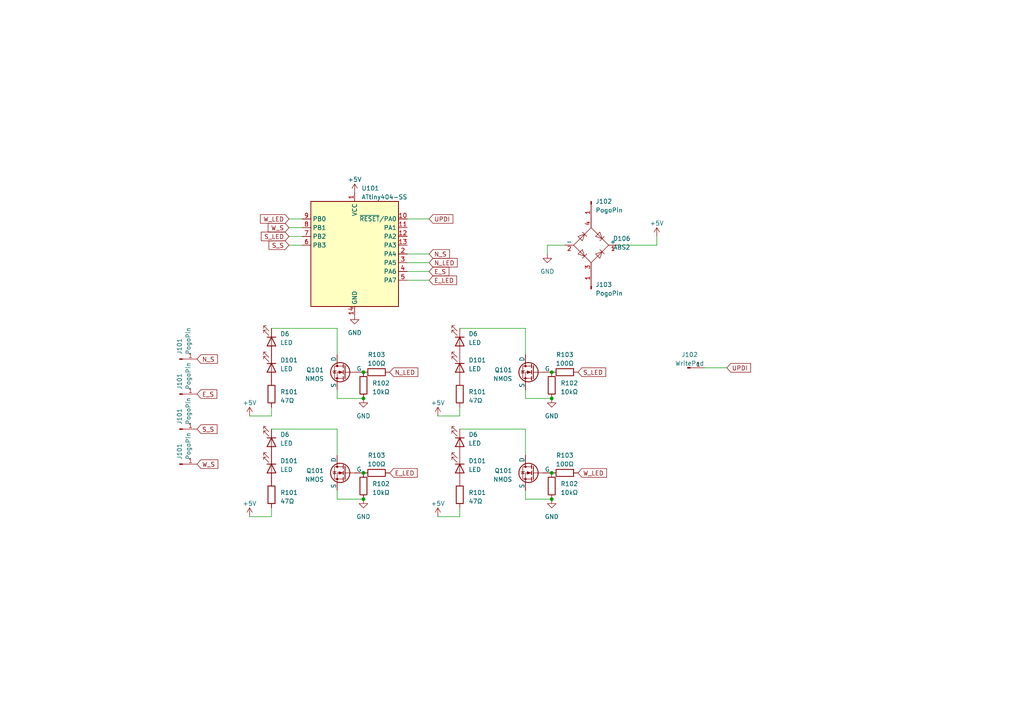
<source format=kicad_sch>
(kicad_sch (version 20230121) (generator eeschema)
  (paper "A4")
  (lib_symbols
    (symbol "Connector:Conn_01x01_Pin" (pin_names (offset 1.016) hide)
      (property "Reference" "J" (at 0 2.54 0))
      (property "Value" "Conn_01x01_Pin" (at 0 -2.54 0))
      (symbol "Conn_01x01_Pin_1_1"
        (polyline (pts (xy 1.27 0) (xy 0.8636 0)) (stroke (width 0.1524)))
        (rectangle (start 0.8636 0.127) (end 0 -0.127) (stroke (width 0.1524)) (fill (type outline)))
        (pin passive line (at 5.08 0 180) (length 3.81) (name "Pin_1") (number "1"))
      )
    )
    (symbol "Device:LED" (pin_numbers hide) (pin_names (offset 1.016) hide)
      (property "Reference" "D" (at 0 2.54 0))
      (property "Value" "LED" (at 0 -2.54 0))
      (symbol "LED_0_1"
        (polyline (pts (xy -1.27 -1.27) (xy -1.27 1.27)) (stroke (width 0.254)))
        (polyline (pts (xy -1.27 0) (xy 1.27 0)))
        (polyline (pts (xy 1.27 -1.27) (xy 1.27 1.27) (xy -1.27 0) (xy 1.27 -1.27)) (stroke (width 0.254)))
        (polyline (pts (xy -3.048 -0.762) (xy -4.572 -2.286) (xy -3.81 -2.286) (xy -4.572 -2.286) (xy -4.572 -1.524)))
        (polyline (pts (xy -1.778 -0.762) (xy -3.302 -2.286) (xy -2.54 -2.286) (xy -3.302 -2.286) (xy -3.302 -1.524)))
      )
      (symbol "LED_1_1"
        (pin passive line (at -3.81 0 0) (length 2.54) (name "K") (number "1"))
        (pin passive line (at 3.81 0 180) (length 2.54) (name "A") (number "2"))
      )
    )
    (symbol "Device:R" (pin_numbers hide) (pin_names (offset 0))
      (property "Reference" "R" (at 2.032 0 90))
      (property "Value" "R" (at 0 0 90))
      (symbol "R_0_1"
        (rectangle (start -1.016 -2.54) (end 1.016 2.54) (stroke (width 0.254)))
      )
      (symbol "R_1_1"
        (pin passive line (at 0 3.81 270) (length 1.27) (name "~") (number "1"))
        (pin passive line (at 0 -3.81 90) (length 1.27) (name "~") (number "2"))
      )
    )
    (symbol "Diode_Bridge:ABS2" (pin_names (offset 0))
      (property "Reference" "D" (at 2.54 6.985 0))
      (property "Value" "ABS2" (at 2.54 5.08 0))
      (symbol "ABS2_0_1"
        (polyline (pts (xy -2.54 3.81) (xy -1.27 2.54)))
        (polyline (pts (xy -1.27 -2.54) (xy -2.54 -3.81)))
        (polyline (pts (xy 2.54 -1.27) (xy 3.81 -2.54)))
        (polyline (pts (xy 2.54 1.27) (xy 3.81 2.54)))
        (polyline (pts (xy -3.81 2.54) (xy -2.54 1.27) (xy -1.905 3.175) (xy -3.81 2.54)))
        (polyline (pts (xy -2.54 -1.27) (xy -3.81 -2.54) (xy -1.905 -3.175) (xy -2.54 -1.27)))
        (polyline (pts (xy 1.27 2.54) (xy 2.54 3.81) (xy 3.175 1.905) (xy 1.27 2.54)))
        (polyline (pts (xy 3.175 -1.905) (xy 1.27 -2.54) (xy 2.54 -3.81) (xy 3.175 -1.905)))
        (polyline (pts (xy -5.08 0) (xy 0 -5.08) (xy 5.08 0) (xy 0 5.08) (xy -5.08 0)))
      )
      (symbol "ABS2_1_1"
        (pin passive line (at 7.62 0 180) (length 2.54) (name "+") (number "1"))
        (pin passive line (at -7.62 0 0) (length 2.54) (name "-") (number "2"))
        (pin passive line (at 0 -7.62 90) (length 2.54) (name "~") (number "3"))
        (pin passive line (at 0 7.62 270) (length 2.54) (name "~") (number "4"))
      )
    )
    (symbol "MCU_Microchip_ATtiny:ATtiny404-SS"
      (property "Reference" "U" (at -12.7 16.51 0))
      (property "Value" "ATtiny404-SS" (at 2.54 -16.51 0))
      (symbol "ATtiny404-SS_0_1"
        (rectangle (start -12.7 -15.24) (end 12.7 15.24) (stroke (width 0.254)) (fill (type background)))
      )
      (symbol "ATtiny404-SS_1_1"
        (pin power_in line (at 0 17.78 270) (length 2.54) (name "VCC") (number "1"))
        (pin bidirectional line (at 15.24 10.16 180) (length 2.54) (name "~{RESET}/PA0") (number "10"))
        (pin bidirectional line (at 15.24 7.62 180) (length 2.54) (name "PA1") (number "11"))
        (pin bidirectional line (at 15.24 5.08 180) (length 2.54) (name "PA2") (number "12"))
        (pin bidirectional line (at 15.24 2.54 180) (length 2.54) (name "PA3") (number "13"))
        (pin power_in line (at 0 -17.78 90) (length 2.54) (name "GND") (number "14"))
        (pin bidirectional line (at 15.24 0 180) (length 2.54) (name "PA4") (number "2"))
        (pin bidirectional line (at 15.24 -2.54 180) (length 2.54) (name "PA5") (number "3"))
        (pin bidirectional line (at 15.24 -5.08 180) (length 2.54) (name "PA6") (number "4"))
        (pin bidirectional line (at 15.24 -7.62 180) (length 2.54) (name "PA7") (number "5"))
        (pin bidirectional line (at -15.24 2.54 0) (length 2.54) (name "PB3") (number "6"))
        (pin bidirectional line (at -15.24 5.08 0) (length 2.54) (name "PB2") (number "7"))
        (pin bidirectional line (at -15.24 7.62 0) (length 2.54) (name "PB1") (number "8"))
        (pin bidirectional line (at -15.24 10.16 0) (length 2.54) (name "PB0") (number "9"))
      )
    )
    (symbol "Simulation_SPICE:NMOS" (pin_numbers hide) (pin_names (offset 0))
      (property "Reference" "Q" (at 5.08 1.27 0))
      (property "Value" "NMOS" (at 5.08 -1.27 0))
      (symbol "NMOS_0_1"
        (polyline (pts (xy 0.254 0) (xy -2.54 0)))
        (polyline (pts (xy 0.254 1.905) (xy 0.254 -1.905)) (stroke (width 0.254)))
        (polyline (pts (xy 0.762 -1.27) (xy 0.762 -2.286)) (stroke (width 0.254)))
        (polyline (pts (xy 0.762 0.508) (xy 0.762 -0.508)) (stroke (width 0.254)))
        (polyline (pts (xy 0.762 2.286) (xy 0.762 1.27)) (stroke (width 0.254)))
        (polyline (pts (xy 2.54 2.54) (xy 2.54 1.778)))
        (polyline (pts (xy 2.54 -2.54) (xy 2.54 0) (xy 0.762 0)))
        (polyline (pts (xy 0.762 -1.778) (xy 3.302 -1.778) (xy 3.302 1.778) (xy 0.762 1.778)))
        (polyline (pts (xy 1.016 0) (xy 2.032 0.381) (xy 2.032 -0.381) (xy 1.016 0)) (fill (type outline)))
        (polyline (pts (xy 2.794 0.508) (xy 2.921 0.381) (xy 3.683 0.381) (xy 3.81 0.254)))
        (polyline (pts (xy 3.302 0.381) (xy 2.921 -0.254) (xy 3.683 -0.254) (xy 3.302 0.381)))
        (circle (center 1.651 0) (radius 2.794) (stroke (width 0.254)))
        (circle (center 2.54 -1.778) (radius 0.254) (fill (type outline)))
        (circle (center 2.54 1.778) (radius 0.254) (fill (type outline)))
      )
      (symbol "NMOS_1_1"
        (pin passive line (at 2.54 5.08 270) (length 2.54) (name "D") (number "1"))
        (pin input line (at -5.08 0 0) (length 2.54) (name "G") (number "2"))
        (pin passive line (at 2.54 -5.08 90) (length 2.54) (name "S") (number "3"))
      )
    )
    (symbol "power:+5V" (power) (pin_names (offset 0))
      (property "Value" "+5V" (at 0 3.556 0))
      (symbol "+5V_0_1"
        (polyline (pts (xy -0.762 1.27) (xy 0 2.54)))
        (polyline (pts (xy 0 0) (xy 0 2.54)))
        (polyline (pts (xy 0 2.54) (xy 0.762 1.27)))
      )
      (symbol "+5V_1_1"
        (pin power_in line (at 0 0 90) (length 0) hide (name "+5V") (number "1"))
      )
    )
    (symbol "power:GND" (power) (pin_names (offset 0))
      (property "Value" "GND" (at 0 -3.81 0))
      (symbol "GND_0_1"
        (polyline (pts (xy 0 0) (xy 0 -1.27) (xy 1.27 -1.27) (xy 0 -2.54) (xy -1.27 -1.27) (xy 0 -1.27)))
      )
      (symbol "GND_1_1"
        (pin power_in line (at 0 0 270) (length 0) hide (name "GND") (number "1"))
      )
    )
  )
  (junction (at 160.02 107.95))
  (junction (at 160.02 144.78))
  (junction (at 160.02 115.57))
  (junction (at 105.41 107.95))
  (junction (at 105.41 115.57))
  (junction (at 105.41 137.16))
  (junction (at 105.41 144.78))
  (junction (at 160.02 137.16))
  (wire (pts (xy 152.4 115.57) (xy 160.02 115.57)))
  (wire (pts (xy 158.75 71.12) (xy 158.75 73.66)))
  (wire (pts (xy 152.4 142.24) (xy 152.4 144.78)))
  (wire (pts (xy 133.35 95.25) (xy 152.4 95.25)))
  (wire (pts (xy 118.11 63.5) (xy 124.46 63.5)))
  (wire (pts (xy 118.11 81.28) (xy 124.46 81.28)))
  (wire (pts (xy 83.82 71.12) (xy 87.63 71.12)))
  (wire (pts (xy 97.79 124.46) (xy 97.79 132.08)))
  (wire (pts (xy 72.39 149.86) (xy 78.74 149.86)))
  (wire (pts (xy 78.74 147.32) (xy 78.74 149.86)))
  (wire (pts (xy 78.74 95.25) (xy 97.79 95.25)))
  (wire (pts (xy 127 120.65) (xy 133.35 120.65)))
  (wire (pts (xy 83.82 68.58) (xy 87.63 68.58)))
  (wire (pts (xy 152.4 144.78) (xy 160.02 144.78)))
  (wire (pts (xy 118.11 76.2) (xy 124.46 76.2)))
  (wire (pts (xy 127 149.86) (xy 133.35 149.86)))
  (wire (pts (xy 133.35 124.46) (xy 152.4 124.46)))
  (wire (pts (xy 190.5 71.12) (xy 179.07 71.12)))
  (wire (pts (xy 152.4 124.46) (xy 152.4 132.08)))
  (wire (pts (xy 97.79 95.25) (xy 97.79 102.87)))
  (wire (pts (xy 163.83 71.12) (xy 158.75 71.12)))
  (wire (pts (xy 204.47 106.68) (xy 210.82 106.68)))
  (wire (pts (xy 97.79 142.24) (xy 97.79 144.78)))
  (wire (pts (xy 133.35 147.32) (xy 133.35 149.86)))
  (wire (pts (xy 118.11 73.66) (xy 124.46 73.66)))
  (wire (pts (xy 190.5 68.58) (xy 190.5 71.12)))
  (wire (pts (xy 97.79 144.78) (xy 105.41 144.78)))
  (wire (pts (xy 118.11 78.74) (xy 124.46 78.74)))
  (wire (pts (xy 83.82 66.04) (xy 87.63 66.04)))
  (wire (pts (xy 78.74 118.11) (xy 78.74 120.65)))
  (wire (pts (xy 78.74 124.46) (xy 97.79 124.46)))
  (wire (pts (xy 152.4 113.03) (xy 152.4 115.57)))
  (wire (pts (xy 152.4 95.25) (xy 152.4 102.87)))
  (wire (pts (xy 72.39 120.65) (xy 78.74 120.65)))
  (wire (pts (xy 97.79 113.03) (xy 97.79 115.57)))
  (wire (pts (xy 97.79 115.57) (xy 105.41 115.57)))
  (wire (pts (xy 83.82 63.5) (xy 87.63 63.5)))
  (wire (pts (xy 133.35 118.11) (xy 133.35 120.65)))
  (global_label "W_LED" (shape input) (at 83.82 63.5 180) (property "Intersheetrefs" "${INTERSHEET_REFS}" (effects hide)))
  (global_label "W_S" (shape input) (at 83.82 66.04 180) (property "Intersheetrefs" "${INTERSHEET_REFS}" (effects hide)))
  (global_label "E_S" (shape input) (at 57.15 114.3 0) (property "Intersheetrefs" "${INTERSHEET_REFS}" (effects hide)))
  (global_label "N_LED" (shape input) (at 113.03 107.95 0) (property "Intersheetrefs" "${INTERSHEET_REFS}" (effects hide)))
  (global_label "N_S" (shape input) (at 124.46 73.66 0) (property "Intersheetrefs" "${INTERSHEET_REFS}" (effects hide)))
  (global_label "N_S" (shape input) (at 57.15 104.14 0) (property "Intersheetrefs" "${INTERSHEET_REFS}" (effects hide)))
  (global_label "E_S" (shape input) (at 124.46 78.74 0) (property "Intersheetrefs" "${INTERSHEET_REFS}" (effects hide)))
  (global_label "S_LED" (shape input) (at 167.64 107.95 0) (property "Intersheetrefs" "${INTERSHEET_REFS}" (effects hide)))
  (global_label "N_LED" (shape input) (at 124.46 76.2 0) (property "Intersheetrefs" "${INTERSHEET_REFS}" (effects hide)))
  (global_label "E_LED" (shape input) (at 113.03 137.16 0) (property "Intersheetrefs" "${INTERSHEET_REFS}" (effects hide)))
  (global_label "W_LED" (shape input) (at 167.64 137.16 0) (property "Intersheetrefs" "${INTERSHEET_REFS}" (effects hide)))
  (global_label "S_LED" (shape input) (at 83.82 68.58 180) (property "Intersheetrefs" "${INTERSHEET_REFS}" (effects hide)))
  (global_label "S_S" (shape input) (at 83.82 71.12 180) (property "Intersheetrefs" "${INTERSHEET_REFS}" (effects hide)))
  (global_label "UPDI" (shape input) (at 124.46 63.5 0) (property "Intersheetrefs" "${INTERSHEET_REFS}" (effects hide)))
  (global_label "W_S" (shape input) (at 57.15 134.62 0) (property "Intersheetrefs" "${INTERSHEET_REFS}" (effects hide)))
  (global_label "S_S" (shape input) (at 57.15 124.46 0) (property "Intersheetrefs" "${INTERSHEET_REFS}" (effects hide)))
  (global_label "E_LED" (shape input) (at 124.46 81.28 0) (property "Intersheetrefs" "${INTERSHEET_REFS}" (effects hide)))
  (global_label "UPDI" (shape input) (at 210.82 106.68 0) (property "Intersheetrefs" "${INTERSHEET_REFS}" (effects hide)))
  (symbol (lib_id "Device:LED") (at 78.74 99.06 270) (unit 1)
    (property "Reference" "D6" (at 81.28 96.8375 90) (effects (justify left)))
    (property "Value" "LED" (at 81.28 99.3775 90) (effects (justify left)))
    (property "Footprint" "LED_SMD:LED_PLCC_2835_Handsoldering" (effects hide))
    (property "manf#" "JB2835AWT-W-H35GA0000-N0000001" (effects hide))
    (instances (project "logic" (path "" (reference "D6") (unit 1)) (path "" (reference "D301") (unit 1))))
  )
  (symbol (lib_id "power:+5V") (at 102.87 55.88 0) (unit 1)
    (property "Reference" "#PWR0102" (effects hide))
    (property "Value" "+5V" (at 102.87 52.07 0))
    (instances (project "logic" (path "" (reference "#PWR0102") (unit 1)) (path "" (reference "#PWR0302") (unit 1))))
  )
  (symbol (lib_id "Simulation_SPICE:NMOS") (at 154.94 137.16 0) (mirror y) (unit 1)
    (property "Reference" "Q101" (at 148.59 136.525 0) (effects (justify left)))
    (property "Value" "NMOS" (at 148.59 139.065 0) (effects (justify left)))
    (property "Footprint" "Package_TO_SOT_SMD:SOT-23-3" (effects hide))
    (property "Datasheet" "https://ngspice.sourceforge.io/docs/ngspice-manual.pdf" (effects hide))
    (property "Sim.Device" "NMOS" (effects hide))
    (property "Sim.Type" "VDMOS" (effects hide))
    (property "Sim.Pins" "1=D 2=G 3=S" (effects hide))
    (property "manf#" "AO3400A" (effects hide))
    (instances (project "logic" (path "" (reference "Q101") (unit 1)) (path "" (reference "Q304") (unit 1))))
  )
  (symbol (lib_id "Device:R") (at 109.22 107.95 90) (unit 1)
    (property "Reference" "R103" (at 109.22 102.87 90))
    (property "Value" "100Ω" (at 109.22 105.41 90))
    (property "Footprint" "Resistor_SMD:R_1206_3216Metric_Pad1.30x1.75mm_HandSolder" (effects hide))
    (property "manf#" "ERJ-8GEYJ101V" (effects hide))
    (instances (project "logic" (path "" (reference "R103") (unit 1)) (path "" (reference "R303") (unit 1))))
  )
  (symbol (lib_id "Device:R") (at 78.74 143.51 0) (unit 1)
    (property "Reference" "R101" (at 81.28 142.875 0) (effects (justify left)))
    (property "Value" "47Ω" (at 81.28 145.415 0) (effects (justify left)))
    (property "Footprint" "Resistor_SMD:R_1206_3216Metric_Pad1.30x1.75mm_HandSolder" (effects hide))
    (property "manf#" "ERJ-P08J470V" (effects hide))
    (instances (project "logic" (path "" (reference "R101") (unit 1)) (path "" (reference "R304") (unit 1))))
  )
  (symbol (lib_id "Diode_Bridge:ABS2") (at 171.45 71.12 0) (unit 1)
    (property "Reference" "D106" (at 180.34 69.1897 0))
    (property "Value" "ABS2" (at 180.34 71.7297 0))
    (property "Footprint" "Diode_SMD:Diode_Bridge_Diotec_ABS" (effects hide))
    (property "Datasheet" "https://diotec.com/tl_files/diotec/files/pdf/datasheets/abs2.pdf" (effects hide))
    (property "manf#" "ABS210-13" (effects hide))
    (instances (project "logic" (path "" (reference "D106") (unit 1)) (path "" (reference "D309") (unit 1))))
  )
  (symbol (lib_id "power:GND") (at 160.02 144.78 0) (unit 1)
    (property "Reference" "#PWR0104" (effects hide))
    (property "Value" "GND" (at 160.02 149.86 0))
    (instances (project "logic" (path "" (reference "#PWR0104") (unit 1)) (path "" (reference "#PWR0310") (unit 1))))
  )
  (symbol (lib_id "Device:R") (at 163.83 107.95 90) (unit 1)
    (property "Reference" "R103" (at 163.83 102.87 90))
    (property "Value" "100Ω" (at 163.83 105.41 90))
    (property "Footprint" "Resistor_SMD:R_1206_3216Metric_Pad1.30x1.75mm_HandSolder" (effects hide))
    (property "manf#" "ERJ-8GEYJ101V" (effects hide))
    (instances (project "logic" (path "" (reference "R103") (unit 1)) (path "" (reference "R309") (unit 1))))
  )
  (symbol (lib_id "Device:R") (at 133.35 143.51 0) (unit 1)
    (property "Reference" "R101" (at 135.89 142.875 0) (effects (justify left)))
    (property "Value" "47Ω" (at 135.89 145.415 0) (effects (justify left)))
    (property "Footprint" "Resistor_SMD:R_1206_3216Metric_Pad1.30x1.75mm_HandSolder" (effects hide))
    (property "manf#" "ERJ-P08J470V" (effects hide))
    (instances (project "logic" (path "" (reference "R101") (unit 1)) (path "" (reference "R310") (unit 1))))
  )
  (symbol (lib_id "power:GND") (at 160.02 115.57 0) (unit 1)
    (property "Reference" "#PWR0104" (effects hide))
    (property "Value" "GND" (at 160.02 120.65 0))
    (instances (project "logic" (path "" (reference "#PWR0104") (unit 1)) (path "" (reference "#PWR0309") (unit 1))))
  )
  (symbol (lib_id "Connector:Conn_01x01_Pin") (at 171.45 58.42 270) (unit 1)
    (property "Reference" "J102" (at 172.72 58.42 90) (effects (justify left)))
    (property "Value" "PogoPin" (at 172.72 60.96 90) (effects (justify left)))
    (property "Footprint" "LIB:0906015207614110" (effects hide))
    (property "manf#" "0906-0-15-20-76-14-11-0" (effects hide))
    (instances (project "logic" (path "" (reference "J102") (unit 1)) (path "" (reference "J305") (unit 1))))
  )
  (symbol (lib_id "Device:R") (at 163.83 137.16 90) (unit 1)
    (property "Reference" "R103" (at 163.83 132.08 90))
    (property "Value" "100Ω" (at 163.83 134.62 90))
    (property "Footprint" "Resistor_SMD:R_1206_3216Metric_Pad1.30x1.75mm_HandSolder" (effects hide))
    (property "manf#" "ERJ-8GEYJ101V" (effects hide))
    (instances (project "logic" (path "" (reference "R103") (unit 1)) (path "" (reference "R312") (unit 1))))
  )
  (symbol (lib_id "Connector:Conn_01x01_Pin") (at 52.07 124.46 0) (unit 1)
    (property "Reference" "J101" (at 52.07 123.19 90) (effects (justify left)))
    (property "Value" "PogoPin" (at 54.61 123.19 90) (effects (justify left)))
    (property "Footprint" "LIB:0906015207614110" (effects hide))
    (property "manf#" "0906-0-15-20-76-14-11-0" (effects hide))
    (instances (project "logic" (path "" (reference "J101") (unit 1)) (path "" (reference "J303") (unit 1))))
  )
  (symbol (lib_id "power:GND") (at 158.75 73.66 0) (unit 1)
    (property "Reference" "#PWR0106" (effects hide))
    (property "Value" "GND" (at 158.75 78.74 0))
    (instances (project "logic" (path "" (reference "#PWR0106") (unit 1)) (path "" (reference "#PWR0311") (unit 1))))
  )
  (symbol (lib_id "power:GND") (at 102.87 91.44 0) (unit 1)
    (property "Reference" "#PWR0103" (effects hide))
    (property "Value" "GND" (at 102.87 96.52 0))
    (instances (project "logic" (path "" (reference "#PWR0103") (unit 1)) (path "" (reference "#PWR0303") (unit 1))))
  )
  (symbol (lib_id "power:+5V") (at 127 120.65 0) (unit 1)
    (property "Reference" "#PWR0101" (effects hide))
    (property "Value" "+5V" (at 127 116.84 0))
    (instances (project "logic" (path "" (reference "#PWR0101") (unit 1)) (path "" (reference "#PWR0307") (unit 1))))
  )
  (symbol (lib_id "Device:LED") (at 133.35 135.89 270) (unit 1)
    (property "Reference" "D101" (at 135.89 133.6675 90) (effects (justify left)))
    (property "Value" "LED" (at 135.89 136.2075 90) (effects (justify left)))
    (property "Footprint" "LED_SMD:LED_PLCC_2835_Handsoldering" (effects hide))
    (property "manf#" "JB2835AWT-W-H35GA0000-N0000001" (effects hide))
    (instances (project "logic" (path "" (reference "D101") (unit 1)) (path "" (reference "D308") (unit 1))))
  )
  (symbol (lib_id "Device:LED") (at 133.35 99.06 270) (unit 1)
    (property "Reference" "D6" (at 135.89 96.8375 90) (effects (justify left)))
    (property "Value" "LED" (at 135.89 99.3775 90) (effects (justify left)))
    (property "Footprint" "LED_SMD:LED_PLCC_2835_Handsoldering" (effects hide))
    (property "manf#" "JB2835AWT-W-H35GA0000-N0000001" (effects hide))
    (instances (project "logic" (path "" (reference "D6") (unit 1)) (path "" (reference "D305") (unit 1))))
  )
  (symbol (lib_id "Connector:Conn_01x01_Pin") (at 52.07 134.62 0) (unit 1)
    (property "Reference" "J101" (at 52.07 133.35 90) (effects (justify left)))
    (property "Value" "PogoPin" (at 54.61 133.35 90) (effects (justify left)))
    (property "Footprint" "LIB:0906015207614110" (effects hide))
    (property "manf#" "0906-0-15-20-76-14-11-0" (effects hide))
    (instances (project "logic" (path "" (reference "J101") (unit 1)) (path "" (reference "J304") (unit 1))))
  )
  (symbol (lib_id "Device:R") (at 160.02 140.97 0) (unit 1)
    (property "Reference" "R102" (at 162.56 140.335 0) (effects (justify left)))
    (property "Value" "10kΩ" (at 162.56 142.875 0) (effects (justify left)))
    (property "Footprint" "Resistor_SMD:R_1206_3216Metric_Pad1.30x1.75mm_HandSolder" (effects hide))
    (property "manf#" "ERJ-8GEYJ103V" (effects hide))
    (instances (project "logic" (path "" (reference "R102") (unit 1)) (path "" (reference "R311") (unit 1))))
  )
  (symbol (lib_id "Device:R") (at 105.41 111.76 0) (unit 1)
    (property "Reference" "R102" (at 107.95 111.125 0) (effects (justify left)))
    (property "Value" "10kΩ" (at 107.95 113.665 0) (effects (justify left)))
    (property "Footprint" "Resistor_SMD:R_1206_3216Metric_Pad1.30x1.75mm_HandSolder" (effects hide))
    (property "manf#" "ERJ-8GEYJ103V" (effects hide))
    (instances (project "logic" (path "" (reference "R102") (unit 1)) (path "" (reference "R302") (unit 1))))
  )
  (symbol (lib_id "Connector:Conn_01x01_Pin") (at 52.07 114.3 0) (unit 1)
    (property "Reference" "J101" (at 52.07 113.03 90) (effects (justify left)))
    (property "Value" "PogoPin" (at 54.61 113.03 90) (effects (justify left)))
    (property "Footprint" "LIB:0906015207614110" (effects hide))
    (property "manf#" "0906-0-15-20-76-14-11-0" (effects hide))
    (instances (project "logic" (path "" (reference "J101") (unit 1)) (path "" (reference "J302") (unit 1))))
  )
  (symbol (lib_id "Device:LED") (at 78.74 128.27 270) (unit 1)
    (property "Reference" "D6" (at 81.28 126.0475 90) (effects (justify left)))
    (property "Value" "LED" (at 81.28 128.5875 90) (effects (justify left)))
    (property "Footprint" "LED_SMD:LED_PLCC_2835_Handsoldering" (effects hide))
    (property "manf#" "JB2835AWT-W-H35GA0000-N0000001" (effects hide))
    (instances (project "logic" (path "" (reference "D6") (unit 1)) (path "" (reference "D303") (unit 1))))
  )
  (symbol (lib_id "Device:LED") (at 133.35 128.27 270) (unit 1)
    (property "Reference" "D6" (at 135.89 126.0475 90) (effects (justify left)))
    (property "Value" "LED" (at 135.89 128.5875 90) (effects (justify left)))
    (property "Footprint" "LED_SMD:LED_PLCC_2835_Handsoldering" (effects hide))
    (property "manf#" "JB2835AWT-W-H35GA0000-N0000001" (effects hide))
    (instances (project "logic" (path "" (reference "D6") (unit 1)) (path "" (reference "D307") (unit 1))))
  )
  (symbol (lib_id "power:+5V") (at 72.39 120.65 0) (unit 1)
    (property "Reference" "#PWR0101" (effects hide))
    (property "Value" "+5V" (at 72.39 116.84 0))
    (instances (project "logic" (path "" (reference "#PWR0101") (unit 1)) (path "" (reference "#PWR0301") (unit 1))))
  )
  (symbol (lib_id "MCU_Microchip_ATtiny:ATtiny404-SS") (at 102.87 73.66 0) (unit 1)
    (property "Reference" "U101" (at 104.8259 54.61 0) (effects (justify left)))
    (property "Value" "ATtiny404-SS" (at 104.8259 57.15 0) (effects (justify left)))
    (property "Footprint" "Package_SO:SOIC-14_3.9x8.7mm_P1.27mm" (effects hide))
    (property "Datasheet" "http://ww1.microchip.com/downloads/en/DeviceDoc/50002687A.pdf" (effects hide))
    (property "manf#" "ATTINY404-SSNR" (effects hide))
    (instances (project "logic" (path "" (reference "U101") (unit 1)) (path "" (reference "U301") (unit 1))))
  )
  (symbol (lib_id "Device:R") (at 160.02 111.76 0) (unit 1)
    (property "Reference" "R102" (at 162.56 111.125 0) (effects (justify left)))
    (property "Value" "10kΩ" (at 162.56 113.665 0) (effects (justify left)))
    (property "Footprint" "Resistor_SMD:R_1206_3216Metric_Pad1.30x1.75mm_HandSolder" (effects hide))
    (property "manf#" "ERJ-8GEYJ103V" (effects hide))
    (instances (project "logic" (path "" (reference "R102") (unit 1)) (path "" (reference "R308") (unit 1))))
  )
  (symbol (lib_id "Connector:Conn_01x01_Pin") (at 52.07 104.14 0) (unit 1)
    (property "Reference" "J101" (at 52.07 102.87 90) (effects (justify left)))
    (property "Value" "PogoPin" (at 54.61 102.87 90) (effects (justify left)))
    (property "Footprint" "LIB:0906015207614110" (effects hide))
    (property "manf#" "0906-0-15-20-76-14-11-0" (effects hide))
    (instances (project "logic" (path "" (reference "J101") (unit 1)) (path "" (reference "J301") (unit 1))))
  )
  (symbol (lib_id "Simulation_SPICE:NMOS") (at 154.94 107.95 0) (mirror y) (unit 1)
    (property "Reference" "Q101" (at 148.59 107.315 0) (effects (justify left)))
    (property "Value" "NMOS" (at 148.59 109.855 0) (effects (justify left)))
    (property "Footprint" "Package_TO_SOT_SMD:SOT-23-3" (effects hide))
    (property "Datasheet" "https://ngspice.sourceforge.io/docs/ngspice-manual.pdf" (effects hide))
    (property "Sim.Device" "NMOS" (effects hide))
    (property "Sim.Type" "VDMOS" (effects hide))
    (property "Sim.Pins" "1=D 2=G 3=S" (effects hide))
    (property "manf#" "AO3400A" (effects hide))
    (instances (project "logic" (path "" (reference "Q101") (unit 1)) (path "" (reference "Q303") (unit 1))))
  )
  (symbol (lib_id "Device:LED") (at 78.74 135.89 270) (unit 1)
    (property "Reference" "D101" (at 81.28 133.6675 90) (effects (justify left)))
    (property "Value" "LED" (at 81.28 136.2075 90) (effects (justify left)))
    (property "Footprint" "LED_SMD:LED_PLCC_2835_Handsoldering" (effects hide))
    (property "manf#" "JB2835AWT-W-H35GA0000-N0000001" (effects hide))
    (instances (project "logic" (path "" (reference "D101") (unit 1)) (path "" (reference "D304") (unit 1))))
  )
  (symbol (lib_id "Simulation_SPICE:NMOS") (at 100.33 107.95 0) (mirror y) (unit 1)
    (property "Reference" "Q101" (at 93.98 107.315 0) (effects (justify left)))
    (property "Value" "NMOS" (at 93.98 109.855 0) (effects (justify left)))
    (property "Footprint" "Package_TO_SOT_SMD:SOT-23-3" (effects hide))
    (property "Datasheet" "https://ngspice.sourceforge.io/docs/ngspice-manual.pdf" (effects hide))
    (property "Sim.Device" "NMOS" (effects hide))
    (property "Sim.Type" "VDMOS" (effects hide))
    (property "Sim.Pins" "1=D 2=G 3=S" (effects hide))
    (property "manf#" "AO3400A" (effects hide))
    (instances (project "logic" (path "" (reference "Q101") (unit 1)) (path "" (reference "Q301") (unit 1))))
  )
  (symbol (lib_id "Device:R") (at 78.74 114.3 0) (unit 1)
    (property "Reference" "R101" (at 81.28 113.665 0) (effects (justify left)))
    (property "Value" "47Ω" (at 81.28 116.205 0) (effects (justify left)))
    (property "Footprint" "Resistor_SMD:R_1206_3216Metric_Pad1.30x1.75mm_HandSolder" (effects hide))
    (property "manf#" "ERJ-P08J470V" (effects hide))
    (instances (project "logic" (path "" (reference "R101") (unit 1)) (path "" (reference "R301") (unit 1))))
  )
  (symbol (lib_id "Connector:Conn_01x01_Pin") (at 171.45 83.82 90) (unit 1)
    (property "Reference" "J103" (at 172.72 82.55 90) (effects (justify right)))
    (property "Value" "PogoPin" (at 172.72 85.09 90) (effects (justify right)))
    (property "Footprint" "LIB:0906015207614110" (effects hide))
    (property "manf#" "0906-0-15-20-76-14-11-0" (effects hide))
    (instances (project "logic" (path "" (reference "J103") (unit 1)) (path "" (reference "J306") (unit 1))))
  )
  (symbol (lib_id "Device:R") (at 105.41 140.97 0) (unit 1)
    (property "Reference" "R102" (at 107.95 140.335 0) (effects (justify left)))
    (property "Value" "10kΩ" (at 107.95 142.875 0) (effects (justify left)))
    (property "Footprint" "Resistor_SMD:R_1206_3216Metric_Pad1.30x1.75mm_HandSolder" (effects hide))
    (property "manf#" "ERJ-8GEYJ103V" (effects hide))
    (instances (project "logic" (path "" (reference "R102") (unit 1)) (path "" (reference "R305") (unit 1))))
  )
  (symbol (lib_id "power:+5V") (at 72.39 149.86 0) (unit 1)
    (property "Reference" "#PWR0101" (effects hide))
    (property "Value" "+5V" (at 72.39 146.05 0))
    (instances (project "logic" (path "" (reference "#PWR0101") (unit 1)) (path "" (reference "#PWR0305") (unit 1))))
  )
  (symbol (lib_id "power:GND") (at 105.41 144.78 0) (unit 1)
    (property "Reference" "#PWR0104" (effects hide))
    (property "Value" "GND" (at 105.41 149.86 0))
    (instances (project "logic" (path "" (reference "#PWR0104") (unit 1)) (path "" (reference "#PWR0306") (unit 1))))
  )
  (symbol (lib_id "power:GND") (at 105.41 115.57 0) (unit 1)
    (property "Reference" "#PWR0104" (effects hide))
    (property "Value" "GND" (at 105.41 120.65 0))
    (instances (project "logic" (path "" (reference "#PWR0104") (unit 1)) (path "" (reference "#PWR0304") (unit 1))))
  )
  (symbol (lib_id "Connector:Conn_01x01_Pin") (at 199.39 106.68 0) (unit 1)
    (property "Reference" "J102" (at 200.025 102.87 0))
    (property "Value" "WritePad" (at 200.025 105.41 0))
    (property "Footprint" "Connector_PinHeader_2.00mm:PinHeader_1x01_P2.00mm_Vertical" (effects hide))
    (property "manf#" "0906-0-15-20-76-14-11-0" (effects hide))
    (instances (project "logic" (path "" (reference "J102") (unit 1)) (path "" (reference "J307") (unit 1))))
  )
  (symbol (lib_id "Device:R") (at 133.35 114.3 0) (unit 1)
    (property "Reference" "R101" (at 135.89 113.665 0) (effects (justify left)))
    (property "Value" "47Ω" (at 135.89 116.205 0) (effects (justify left)))
    (property "Footprint" "Resistor_SMD:R_1206_3216Metric_Pad1.30x1.75mm_HandSolder" (effects hide))
    (property "manf#" "ERJ-P08J470V" (effects hide))
    (instances (project "logic" (path "" (reference "R101") (unit 1)) (path "" (reference "R307") (unit 1))))
  )
  (symbol (lib_id "power:+5V") (at 127 149.86 0) (unit 1)
    (property "Reference" "#PWR0101" (effects hide))
    (property "Value" "+5V" (at 127 146.05 0))
    (instances (project "logic" (path "" (reference "#PWR0101") (unit 1)) (path "" (reference "#PWR0308") (unit 1))))
  )
  (symbol (lib_id "Device:LED") (at 133.35 106.68 270) (unit 1)
    (property "Reference" "D101" (at 135.89 104.4575 90) (effects (justify left)))
    (property "Value" "LED" (at 135.89 106.9975 90) (effects (justify left)))
    (property "Footprint" "LED_SMD:LED_PLCC_2835_Handsoldering" (effects hide))
    (property "manf#" "JB2835AWT-W-H35GA0000-N0000001" (effects hide))
    (instances (project "logic" (path "" (reference "D101") (unit 1)) (path "" (reference "D306") (unit 1))))
  )
  (symbol (lib_id "Device:R") (at 109.22 137.16 90) (unit 1)
    (property "Reference" "R103" (at 109.22 132.08 90))
    (property "Value" "100Ω" (at 109.22 134.62 90))
    (property "Footprint" "Resistor_SMD:R_1206_3216Metric_Pad1.30x1.75mm_HandSolder" (effects hide))
    (property "manf#" "ERJ-8GEYJ101V" (effects hide))
    (instances (project "logic" (path "" (reference "R103") (unit 1)) (path "" (reference "R306") (unit 1))))
  )
  (symbol (lib_id "Simulation_SPICE:NMOS") (at 100.33 137.16 0) (mirror y) (unit 1)
    (property "Reference" "Q101" (at 93.98 136.525 0) (effects (justify left)))
    (property "Value" "NMOS" (at 93.98 139.065 0) (effects (justify left)))
    (property "Footprint" "Package_TO_SOT_SMD:SOT-23-3" (effects hide))
    (property "Datasheet" "https://ngspice.sourceforge.io/docs/ngspice-manual.pdf" (effects hide))
    (property "Sim.Device" "NMOS" (effects hide))
    (property "Sim.Type" "VDMOS" (effects hide))
    (property "Sim.Pins" "1=D 2=G 3=S" (effects hide))
    (property "manf#" "AO3400A" (effects hide))
    (instances (project "logic" (path "" (reference "Q101") (unit 1)) (path "" (reference "Q302") (unit 1))))
  )
  (symbol (lib_id "Device:LED") (at 78.74 106.68 270) (unit 1)
    (property "Reference" "D101" (at 81.28 104.4575 90) (effects (justify left)))
    (property "Value" "LED" (at 81.28 106.9975 90) (effects (justify left)))
    (property "Footprint" "LED_SMD:LED_PLCC_2835_Handsoldering" (effects hide))
    (property "manf#" "JB2835AWT-W-H35GA0000-N0000001" (effects hide))
    (instances (project "logic" (path "" (reference "D101") (unit 1)) (path "" (reference "D302") (unit 1))))
  )
  (symbol (lib_id "power:+5V") (at 190.5 68.58 0) (unit 1)
    (property "Reference" "#PWR0107" (effects hide))
    (property "Value" "+5V" (at 190.5 64.77 0))
    (instances (project "logic" (path "" (reference "#PWR0107") (unit 1)) (path "" (reference "#PWR0312") (unit 1))))
  )
)
</source>
